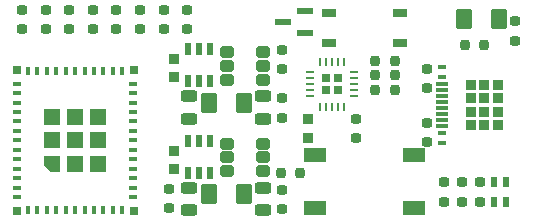
<source format=gbr>
%TF.GenerationSoftware,KiCad,Pcbnew,(6.0.2-0)*%
%TF.CreationDate,2022-03-03T12:33:37+00:00*%
%TF.ProjectId,Access2,41636365-7373-4322-9e6b-696361645f70,3*%
%TF.SameCoordinates,Original*%
%TF.FileFunction,Paste,Top*%
%TF.FilePolarity,Positive*%
%FSLAX46Y46*%
G04 Gerber Fmt 4.6, Leading zero omitted, Abs format (unit mm)*
G04 Created by KiCad (PCBNEW (6.0.2-0)) date 2022-03-03 12:33:37*
%MOMM*%
%LPD*%
G01*
G04 APERTURE LIST*
G04 Aperture macros list*
%AMRoundRect*
0 Rectangle with rounded corners*
0 $1 Rounding radius*
0 $2 $3 $4 $5 $6 $7 $8 $9 X,Y pos of 4 corners*
0 Add a 4 corners polygon primitive as box body*
4,1,4,$2,$3,$4,$5,$6,$7,$8,$9,$2,$3,0*
0 Add four circle primitives for the rounded corners*
1,1,$1+$1,$2,$3*
1,1,$1+$1,$4,$5*
1,1,$1+$1,$6,$7*
1,1,$1+$1,$8,$9*
0 Add four rect primitives between the rounded corners*
20,1,$1+$1,$2,$3,$4,$5,0*
20,1,$1+$1,$4,$5,$6,$7,0*
20,1,$1+$1,$6,$7,$8,$9,0*
20,1,$1+$1,$8,$9,$2,$3,0*%
%AMFreePoly0*
4,1,6,0.696000,-0.696000,-0.696000,-0.696000,-0.696000,0.118488,-0.118488,0.696000,0.696000,0.696000,0.696000,-0.696000,0.696000,-0.696000,$1*%
G04 Aperture macros list end*
%ADD10RoundRect,0.184000X0.200000X0.272000X-0.200000X0.272000X-0.200000X-0.272000X0.200000X-0.272000X0*%
%ADD11R,1.920000X1.248000*%
%ADD12RoundRect,0.184000X-0.272000X0.200000X-0.272000X-0.200000X0.272000X-0.200000X0.272000X0.200000X0*%
%ADD13RoundRect,0.184000X0.272000X-0.200000X0.272000X0.200000X-0.272000X0.200000X-0.272000X-0.200000X0*%
%ADD14R,0.480000X0.816000*%
%ADD15RoundRect,0.232500X0.232500X-0.232500X0.232500X0.232500X-0.232500X0.232500X-0.232500X-0.232500X0*%
%ADD16R,0.798000X0.420000*%
%ADD17RoundRect,0.069000X0.478200X-0.075000X0.478200X0.075000X-0.478200X0.075000X-0.478200X-0.075000X0*%
%ADD18RoundRect,0.207000X0.249000X-0.225000X0.249000X0.225000X-0.249000X0.225000X-0.249000X-0.225000X0*%
%ADD19RoundRect,0.250000X-0.350000X-0.250000X0.350000X-0.250000X0.350000X0.250000X-0.350000X0.250000X0*%
%ADD20RoundRect,0.220875X-0.463125X-0.619125X0.463125X-0.619125X0.463125X0.619125X-0.463125X0.619125X0*%
%ADD21R,0.576000X1.056000*%
%ADD22RoundRect,0.230000X-0.466000X0.250000X-0.466000X-0.250000X0.466000X-0.250000X0.466000X0.250000X0*%
%ADD23R,0.384000X0.768000*%
%ADD24R,0.768000X0.384000*%
%ADD25R,1.392000X1.392000*%
%ADD26FreePoly0,90.000000*%
%ADD27R,0.672000X0.672000*%
%ADD28RoundRect,0.184000X-0.200000X-0.272000X0.200000X-0.272000X0.200000X0.272000X-0.200000X0.272000X0*%
%ADD29R,1.152000X0.768000*%
%ADD30RoundRect,0.120500X0.587500X0.167500X-0.587500X0.167500X-0.587500X-0.167500X0.587500X-0.167500X0*%
%ADD31RoundRect,0.186000X0.189000X-0.189000X0.189000X0.189000X-0.189000X0.189000X-0.189000X-0.189000X0*%
%ADD32RoundRect,0.048500X0.071500X-0.287500X0.071500X0.287500X-0.071500X0.287500X-0.071500X-0.287500X0*%
%ADD33RoundRect,0.057500X0.278500X-0.062500X0.278500X0.062500X-0.278500X0.062500X-0.278500X-0.062500X0*%
%ADD34RoundRect,0.221501X-0.462499X-0.618499X0.462499X-0.618499X0.462499X0.618499X-0.462499X0.618499X0*%
%ADD35RoundRect,0.207000X-0.249000X0.225000X-0.249000X-0.225000X0.249000X-0.225000X0.249000X0.225000X0*%
G04 APERTURE END LIST*
D10*
%TO.C,R16*%
X139075000Y-79000000D03*
X137425000Y-79000000D03*
%TD*%
D11*
%TO.C,SW1*%
X132300000Y-91500000D03*
X132300000Y-87000000D03*
X140700000Y-87000000D03*
X140700000Y-91500000D03*
%TD*%
D12*
%TO.C,R10*%
X113500000Y-74675000D03*
X113500000Y-76325000D03*
%TD*%
D13*
%TO.C,R18*%
X146250000Y-90950000D03*
X146250000Y-89300000D03*
%TD*%
%TO.C,R24*%
X129500000Y-83825000D03*
X129500000Y-82175000D03*
%TD*%
D14*
%TO.C,D5*%
X148500000Y-89250000D03*
X148500000Y-91000000D03*
X147500000Y-91000000D03*
X147500000Y-89250000D03*
%TD*%
D15*
%TO.C,J1*%
X146650000Y-83335000D03*
X146650000Y-81035000D03*
X145500000Y-82185000D03*
X145500000Y-84485000D03*
X145500000Y-81035000D03*
X147800000Y-81035000D03*
X147800000Y-83335000D03*
X147800000Y-84485000D03*
X146650000Y-84485000D03*
X145500000Y-83335000D03*
X147800000Y-82185000D03*
X146650000Y-82185000D03*
D16*
X143075000Y-85950000D03*
X143075000Y-85150000D03*
D17*
X143075000Y-84000000D03*
X143075000Y-83000000D03*
X143075000Y-82500000D03*
X143075000Y-81500000D03*
D16*
X143075000Y-79550000D03*
X143075000Y-80350000D03*
D17*
X143075000Y-81000000D03*
X143075000Y-82000000D03*
X143075000Y-83500000D03*
X143075000Y-84500000D03*
%TD*%
D13*
%TO.C,R23*%
X129500000Y-91575000D03*
X129500000Y-89925000D03*
%TD*%
D18*
%TO.C,U5*%
X120400000Y-80425000D03*
D19*
X124900000Y-80600000D03*
X124900000Y-78300000D03*
D20*
X123297500Y-82570000D03*
D19*
X124900000Y-79450000D03*
D21*
X123450000Y-78050000D03*
D19*
X127900000Y-80600000D03*
X127900000Y-78300000D03*
D18*
X120400000Y-78875000D03*
D19*
X127900000Y-79450000D03*
D21*
X123450000Y-80750000D03*
X121550000Y-80750000D03*
X122500000Y-80750000D03*
D22*
X121650000Y-82000000D03*
X121650000Y-83900000D03*
D21*
X122500000Y-78050000D03*
D20*
X126262500Y-82570000D03*
D22*
X127900000Y-83900000D03*
X127900000Y-82000000D03*
D21*
X121550000Y-78050000D03*
%TD*%
D12*
%TO.C,R2*%
X149250000Y-75675000D03*
X149250000Y-77325000D03*
%TD*%
D23*
%TO.C,U1*%
X108000000Y-91650000D03*
X108800000Y-91650000D03*
X109600000Y-91650000D03*
X110400000Y-91650000D03*
X111200000Y-91650000D03*
X112000000Y-91650000D03*
X112800000Y-91650000D03*
X113600000Y-91650000D03*
X114400000Y-91650000D03*
X115200000Y-91650000D03*
X116000000Y-91650000D03*
D24*
X116900000Y-90550000D03*
X116900000Y-89750000D03*
X116900000Y-88950000D03*
X116900000Y-88150000D03*
X116900000Y-87350000D03*
X116900000Y-86550000D03*
X116900000Y-85750000D03*
X116900000Y-84950000D03*
X116900000Y-84150000D03*
X116900000Y-83350000D03*
X116900000Y-82550000D03*
X116900000Y-81750000D03*
X116900000Y-80950000D03*
D23*
X116000000Y-79850000D03*
X115200000Y-79850000D03*
X114400000Y-79850000D03*
X113600000Y-79850000D03*
X112800000Y-79850000D03*
X112000000Y-79850000D03*
X111200000Y-79850000D03*
X110400000Y-79850000D03*
X109600000Y-79850000D03*
X108800000Y-79850000D03*
X108000000Y-79850000D03*
D24*
X107100000Y-80950000D03*
X107100000Y-81750000D03*
X107100000Y-82550000D03*
X107100000Y-83350000D03*
X107100000Y-84150000D03*
X107100000Y-84950000D03*
X107100000Y-85750000D03*
X107100000Y-86550000D03*
X107100000Y-87350000D03*
X107100000Y-88150000D03*
X107100000Y-88950000D03*
X107100000Y-89750000D03*
X107100000Y-90550000D03*
D25*
X113975000Y-87725000D03*
X110025000Y-83775000D03*
X112000000Y-83775000D03*
X113975000Y-83775000D03*
D26*
X110025000Y-87725000D03*
D25*
X112000000Y-87725000D03*
X110025000Y-85750000D03*
X112000000Y-85750000D03*
X113975000Y-85750000D03*
D27*
X107050000Y-79800000D03*
X116950000Y-79800000D03*
X116950000Y-91700000D03*
X107050000Y-91700000D03*
%TD*%
D12*
%TO.C,R8*%
X117500000Y-74675000D03*
X117500000Y-76325000D03*
%TD*%
%TO.C,R20*%
X119950000Y-89825000D03*
X119950000Y-91475000D03*
%TD*%
D28*
%TO.C,R15*%
X137425000Y-81500000D03*
X139075000Y-81500000D03*
%TD*%
D12*
%TO.C,R9*%
X115500000Y-74675000D03*
X115500000Y-76325000D03*
%TD*%
%TO.C,R22*%
X129500000Y-78075000D03*
X129500000Y-79725000D03*
%TD*%
D13*
%TO.C,R17*%
X143250000Y-90950000D03*
X143250000Y-89300000D03*
%TD*%
D12*
%TO.C,R5*%
X141750000Y-79675000D03*
X141750000Y-81325000D03*
%TD*%
%TO.C,R12*%
X109500000Y-74675000D03*
X109500000Y-76325000D03*
%TD*%
%TO.C,R1*%
X135750000Y-83925000D03*
X135750000Y-85575000D03*
%TD*%
D10*
%TO.C,R21*%
X131075000Y-88500000D03*
X129425000Y-88500000D03*
%TD*%
D12*
%TO.C,R4*%
X141750000Y-84275000D03*
X141750000Y-85925000D03*
%TD*%
%TO.C,R6*%
X121500000Y-74675000D03*
X121500000Y-76325000D03*
%TD*%
D29*
%TO.C,U3*%
X139500000Y-77520000D03*
X139500000Y-74980000D03*
X133500000Y-74980000D03*
X133500000Y-77520000D03*
%TD*%
D30*
%TO.C,Q1*%
X131437500Y-76700000D03*
X131437500Y-74800000D03*
X129562500Y-75750000D03*
%TD*%
D31*
%TO.C,U2*%
X134250000Y-81500000D03*
X134250000Y-80500000D03*
X133250000Y-80500000D03*
X133250000Y-81500000D03*
D32*
X132750000Y-82900000D03*
X133250000Y-82900000D03*
X133750000Y-82900000D03*
X134250000Y-82900000D03*
X134750000Y-82900000D03*
D33*
X135650000Y-82000000D03*
X135650000Y-81500000D03*
X135650000Y-81000000D03*
X135650000Y-80500000D03*
X135650000Y-80000000D03*
D32*
X134750000Y-79100000D03*
X134250000Y-79100000D03*
X133750000Y-79100000D03*
X133250000Y-79100000D03*
X132750000Y-79100000D03*
D33*
X131850000Y-80000000D03*
X131850000Y-80500000D03*
X131850000Y-81000000D03*
X131850000Y-81500000D03*
X131850000Y-82000000D03*
%TD*%
D10*
%TO.C,R3*%
X146625000Y-77700000D03*
X144975000Y-77700000D03*
%TD*%
D34*
%TO.C,D8*%
X144912500Y-75500000D03*
X147887500Y-75500000D03*
%TD*%
D12*
%TO.C,R7*%
X119500000Y-74675000D03*
X119500000Y-76325000D03*
%TD*%
D19*
%TO.C,U4*%
X127900000Y-88350000D03*
D18*
X120400000Y-88175000D03*
D19*
X124900000Y-87200000D03*
D21*
X123450000Y-88500000D03*
D19*
X124900000Y-86050000D03*
X127900000Y-86050000D03*
D21*
X123450000Y-85800000D03*
D19*
X124900000Y-88350000D03*
D20*
X123297500Y-90320000D03*
D18*
X120400000Y-86625000D03*
D19*
X127900000Y-87200000D03*
D21*
X121550000Y-88500000D03*
X122500000Y-88500000D03*
D22*
X121650000Y-89750000D03*
X127900000Y-91650000D03*
D21*
X122500000Y-85800000D03*
D20*
X126262500Y-90320000D03*
D22*
X121650000Y-91650000D03*
X127900000Y-89750000D03*
D21*
X121550000Y-85800000D03*
%TD*%
D12*
%TO.C,R11*%
X111500000Y-74675000D03*
X111500000Y-76325000D03*
%TD*%
D35*
%TO.C,C1*%
X131750000Y-83975000D03*
X131750000Y-85525000D03*
%TD*%
D12*
%TO.C,R13*%
X107500000Y-74675000D03*
X107500000Y-76325000D03*
%TD*%
D28*
%TO.C,R14*%
X137425000Y-80250000D03*
X139075000Y-80250000D03*
%TD*%
D13*
%TO.C,R19*%
X144750000Y-90950000D03*
X144750000Y-89300000D03*
%TD*%
M02*

</source>
